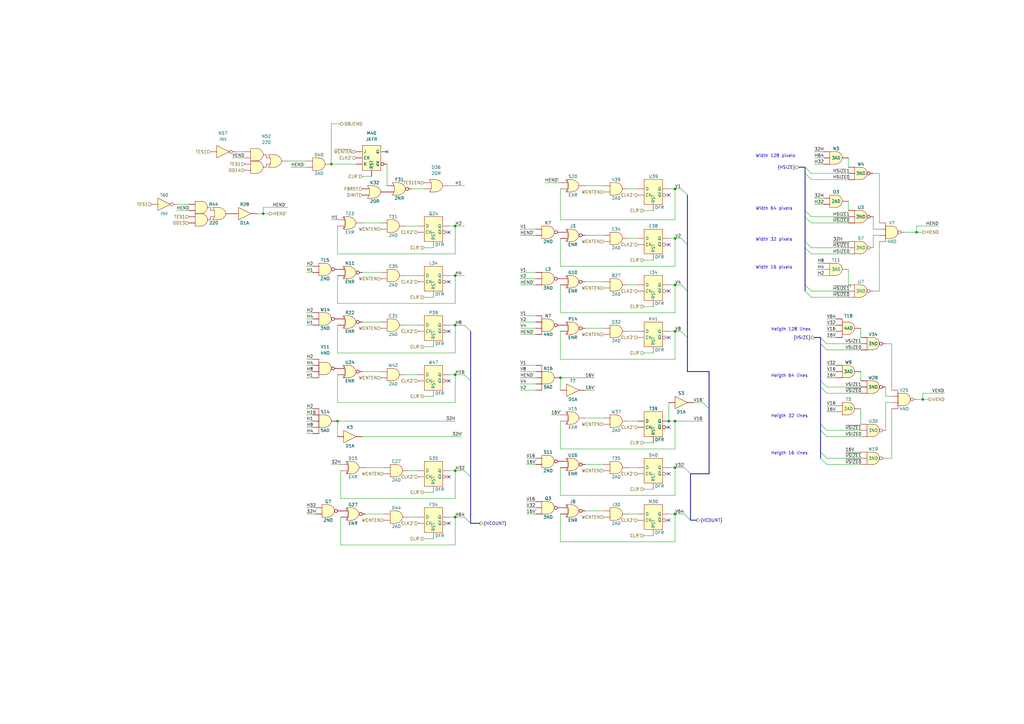
<source format=kicad_sch>
(kicad_sch (version 20230121) (generator eeschema)
  (paper "A3")
  (title_block (date "2023-12-22"))
  (lib_symbols
    (symbol "ga_oki_msm70v0000:220"
      (property "Reference" "U" (at 1.27 3.81 0))
      (property "Value" "220" (at 1.27 -3.81 0))
      (symbol "220_1_1"
        (arc (start -3.81 -5.08) (mid -2.0837 -4.2663) (end -1.27 -2.54) (fill (type background)))
        (arc (start -3.81 0) (mid -2.0837 0.8137) (end -1.27 2.54) (fill (type background)))
        (arc (start -1.27 -2.54) (mid -2.0139 -0.7439) (end -3.81 0) (fill (type background)))
        (arc (start -1.27 2.54) (mid -2.0139 4.3361) (end -3.81 5.08) (fill (type background)))
        (polyline (pts (xy 3.175 -2.54) (xy 0.889 -2.54)) (fill (type outline)))
        (polyline (pts (xy 3.175 2.54) (xy 0.889 2.54)) (fill (type background)))
        (polyline (pts (xy -3.81 0) (xy -6.35 0) (xy -6.35 -5.08) (xy -3.81 -5.08)) (fill (type background)))
        (polyline (pts (xy -3.81 5.08) (xy -6.35 5.08) (xy -6.35 0) (xy -3.81 0)) (fill (type background)))
        (polyline (pts (xy -1.27 -2.54) (xy 0 -2.54) (xy 0 -1.27) (xy 1.524 -1.27)))
        (polyline (pts (xy -1.27 2.54) (xy 0 2.54) (xy 0 1.27) (xy 1.524 1.27)))
        (polyline (pts (xy 3.175 2.54) (xy 0.889 2.54) (xy 1.27 1.905) (xy 1.524 1.27) (xy 1.651 0.762) (xy 1.7018 0.4572) (xy 1.7272 0.1778) (xy 1.7272 -0.127) (xy 1.6764 -0.6604) (xy 1.6002 -1.016) (xy 1.4986 -1.3716) (xy 1.3716 -1.6764) (xy 1.1938 -2.0574) (xy 1.016 -2.3368) (xy 0.889 -2.54) (xy 3.175 -2.54)) (stroke (width -0.0001)) (fill (type background)))
        (arc (start 0.8973 -2.5398) (mid 1.7338 0.0001) (end 0.8971 2.54))
        (arc (start 3.175 -2.54) (mid 5.2091 -1.8282) (end 6.35 0) (fill (type background)))
        (arc (start 6.35 0) (mid 5.2094 1.8286) (end 3.175 2.54) (fill (type background)))
        (pin input line (at -8.89 -3.81 0) (length 2.54) (name "") (number ""))
        (pin input line (at -8.89 -1.27 0) (length 2.54) (name "") (number ""))
        (pin input line (at -8.89 1.27 0) (length 2.54) (name "") (number ""))
        (pin input line (at -8.89 3.81 0) (length 2.54) (name "") (number ""))
        (pin output line (at 8.89 0 180) (length 2.54) (name "") (number ""))
      )
    )
    (symbol "ga_oki_msm70v0000:2AD"
      (property "Reference" "U" (at 0 3.81 0))
      (property "Value" "2AD" (at 0 -3.81 0))
      (symbol "2AD_1_1"
        (arc (start 0 -2.54) (mid 1.7263 -1.7263) (end 2.54 0) (fill (type background)))
        (polyline (pts (xy 0 2.54) (xy -2.54 2.54) (xy -2.54 -2.54) (xy 0 -2.54)) (fill (type background)))
        (arc (start 2.54 0) (mid 1.7961 1.7961) (end 0 2.54) (fill (type background)))
        (pin input line (at -5.08 -1.27 0) (length 2.54) (name "") (number ""))
        (pin input line (at -5.08 1.27 0) (length 2.54) (name "") (number ""))
        (pin output line (at 5.08 0 180) (length 2.54) (name "") (number ""))
      )
    )
    (symbol "ga_oki_msm70v0000:2ND"
      (property "Reference" "U" (at 0 3.81 0))
      (property "Value" "2ND" (at 0 -3.81 0))
      (symbol "2ND_1_1"
        (arc (start 0 -2.54) (mid 1.7263 -1.7263) (end 2.54 0) (fill (type background)))
        (polyline (pts (xy 0 2.54) (xy -2.54 2.54) (xy -2.54 -2.54) (xy 0 -2.54)) (fill (type background)))
        (arc (start 2.54 0) (mid 1.7961 1.7961) (end 0 2.54) (fill (type background)))
        (pin input line (at -5.08 -1.27 0) (length 2.54) (name "") (number ""))
        (pin input line (at -5.08 1.27 0) (length 2.54) (name "") (number ""))
        (pin output inverted (at 5.08 0 180) (length 2.54) (name "") (number ""))
      )
    )
    (symbol "ga_oki_msm70v0000:2NR"
      (property "Reference" "U" (at 0 3.81 0))
      (property "Value" "2NR" (at 0 -3.81 0))
      (symbol "2NR_1_1"
        (arc (start -2.9127 -2.5398) (mid -2.0762 0.0001) (end -2.9129 2.54))
        (arc (start -0.635 -2.54) (mid 1.3992 -1.8283) (end 2.54 0) (fill (type background)))
        (polyline (pts (xy -0.635 -2.54) (xy -2.921 -2.54)) (fill (type outline)))
        (polyline (pts (xy -0.635 2.54) (xy -2.921 2.54)) (fill (type background)))
        (polyline (pts (xy -0.635 2.54) (xy -2.921 2.54) (xy -2.54 1.905) (xy -2.286 1.27) (xy -2.159 0.762) (xy -2.1082 0.4572) (xy -2.0828 0.1778) (xy -2.0828 -0.127) (xy -2.1336 -0.6604) (xy -2.2098 -1.016) (xy -2.3114 -1.3716) (xy -2.4384 -1.6764) (xy -2.6162 -2.0574) (xy -2.794 -2.3368) (xy -2.921 -2.54) (xy -0.635 -2.54)) (stroke (width -0.0001)) (fill (type background)))
        (arc (start 2.54 0) (mid 1.3994 1.8287) (end -0.635 2.54) (fill (type background)))
        (pin input line (at -5.08 -1.27 0) (length 2.794) (name "") (number ""))
        (pin input line (at -5.08 1.27 0) (length 2.794) (name "") (number ""))
        (pin output inverted (at 5.08 0 180) (length 2.54) (name "") (number ""))
      )
    )
    (symbol "ga_oki_msm70v0000:2OR"
      (property "Reference" "U" (at 0 3.81 0))
      (property "Value" "2OR" (at 0 -3.81 0))
      (symbol "2OR_1_1"
        (arc (start -2.9127 -2.5398) (mid -2.0762 0.0001) (end -2.9129 2.54))
        (arc (start -0.635 -2.54) (mid 1.3992 -1.8283) (end 2.54 0) (fill (type background)))
        (polyline (pts (xy -0.635 -2.54) (xy -2.921 -2.54)) (fill (type outline)))
        (polyline (pts (xy -0.635 2.54) (xy -2.921 2.54)) (fill (type background)))
        (polyline (pts (xy -0.635 2.54) (xy -2.921 2.54) (xy -2.54 1.905) (xy -2.286 1.27) (xy -2.159 0.762) (xy -2.1082 0.4572) (xy -2.0828 0.1778) (xy -2.0828 -0.127) (xy -2.1336 -0.6604) (xy -2.2098 -1.016) (xy -2.3114 -1.3716) (xy -2.4384 -1.6764) (xy -2.6162 -2.0574) (xy -2.794 -2.3368) (xy -2.921 -2.54) (xy -0.635 -2.54)) (stroke (width -0.0001)) (fill (type background)))
        (arc (start 2.54 0) (mid 1.3994 1.8287) (end -0.635 2.54) (fill (type background)))
        (pin input line (at -5.08 -1.27 0) (length 2.794) (name "") (number ""))
        (pin input line (at -5.08 1.27 0) (length 2.794) (name "") (number ""))
        (pin output line (at 5.08 0 180) (length 2.54) (name "") (number ""))
      )
    )
    (symbol "ga_oki_msm70v0000:3AD"
      (property "Reference" "U" (at 0 3.81 0))
      (property "Value" "3AD" (at 0 -3.81 0))
      (symbol "3AD_1_1"
        (arc (start 0 -2.54) (mid 1.7263 -1.7263) (end 2.54 0) (fill (type background)))
        (polyline (pts (xy 0 2.54) (xy -2.54 2.54) (xy -2.54 -2.54) (xy 0 -2.54)) (fill (type background)))
        (arc (start 2.54 0) (mid 1.7961 1.7961) (end 0 2.54) (fill (type background)))
        (pin input line (at -5.08 -2.54 0) (length 2.54) (name "") (number ""))
        (pin input line (at -5.08 0 0) (length 2.54) (name "") (number ""))
        (pin input line (at -5.08 2.54 0) (length 2.54) (name "") (number ""))
        (pin output line (at 5.08 0 180) (length 2.54) (name "") (number ""))
      )
    )
    (symbol "ga_oki_msm70v0000:3ND"
      (property "Reference" "U" (at 0 3.81 0))
      (property "Value" "3ND" (at 0 -3.81 0))
      (symbol "3ND_1_1"
        (arc (start 0 -2.54) (mid 1.7263 -1.7263) (end 2.54 0) (fill (type background)))
        (polyline (pts (xy 0 2.54) (xy -2.54 2.54) (xy -2.54 -2.54) (xy 0 -2.54)) (fill (type background)))
        (arc (start 2.54 0) (mid 1.7961 1.7961) (end 0 2.54) (fill (type background)))
        (pin input line (at -5.08 -2.54 0) (length 2.54) (name "") (number ""))
        (pin input line (at -5.08 0 0) (length 2.54) (name "") (number ""))
        (pin input line (at -5.08 2.54 0) (length 2.54) (name "") (number ""))
        (pin output inverted (at 5.08 0 180) (length 2.54) (name "") (number ""))
      )
    )
    (symbol "ga_oki_msm70v0000:4AD"
      (property "Reference" "U" (at 0 5.08 0))
      (property "Value" "4AD" (at 0 -3.81 0))
      (symbol "4AD_0_1"
        (polyline (pts (xy -2.54 3.81) (xy -2.54 2.54) (xy -2.54 -3.81)))
      )
      (symbol "4AD_1_1"
        (arc (start 0 -2.54) (mid 1.7263 -1.7263) (end 2.54 0) (fill (type background)))
        (polyline (pts (xy 0 2.54) (xy -2.54 2.54) (xy -2.54 -2.54) (xy 0 -2.54)) (fill (type background)))
        (arc (start 2.54 0) (mid 1.7961 1.7961) (end 0 2.54) (fill (type background)))
        (pin input line (at -5.08 -3.81 0) (length 2.54) (name "") (number ""))
        (pin input line (at -5.08 -1.27 0) (length 2.54) (name "") (number ""))
        (pin input line (at -5.08 1.27 0) (length 2.54) (name "") (number ""))
        (pin input line (at -5.08 3.81 0) (length 2.54) (name "") (number ""))
        (pin output line (at 5.08 0 180) (length 2.54) (name "") (number ""))
      )
    )
    (symbol "ga_oki_msm70v0000:4ND"
      (property "Reference" "U" (at 0 3.81 0))
      (property "Value" "4ND" (at 0 -3.81 0))
      (symbol "4ND_0_1"
        (polyline (pts (xy -2.54 3.81) (xy -2.54 2.54) (xy -2.54 -3.81)))
      )
      (symbol "4ND_1_1"
        (arc (start 0 -2.54) (mid 1.7263 -1.7263) (end 2.54 0) (fill (type background)))
        (polyline (pts (xy 0 2.54) (xy -2.54 2.54) (xy -2.54 -2.54) (xy 0 -2.54)) (fill (type background)))
        (arc (start 2.54 0) (mid 1.7961 1.7961) (end 0 2.54) (fill (type background)))
        (pin input line (at -5.08 -3.81 0) (length 2.54) (name "") (number ""))
        (pin input line (at -5.08 -1.27 0) (length 2.54) (name "") (number ""))
        (pin input line (at -5.08 1.27 0) (length 2.54) (name "") (number ""))
        (pin input line (at -5.08 3.81 0) (length 2.54) (name "") (number ""))
        (pin output inverted (at 5.08 0 180) (length 2.54) (name "") (number ""))
      )
    )
    (symbol "ga_oki_msm70v0000:5AD"
      (property "Reference" "U" (at 0 3.81 0))
      (property "Value" "5AD" (at 0 -3.81 0))
      (symbol "5AD_0_1"
        (polyline (pts (xy -2.54 5.08) (xy -2.54 3.81) (xy -2.54 -5.08)))
      )
      (symbol "5AD_1_1"
        (arc (start 0 -2.54) (mid 1.7263 -1.7263) (end 2.54 0) (fill (type background)))
        (polyline (pts (xy 0 2.54) (xy -2.54 2.54) (xy -2.54 -2.54) (xy 0 -2.54)) (fill (type background)))
        (arc (start 2.54 0) (mid 1.7961 1.7961) (end 0 2.54) (fill (type background)))
        (pin input line (at -5.08 -5.08 0) (length 2.54) (name "") (number ""))
        (pin input line (at -5.08 -2.54 0) (length 2.54) (name "") (number ""))
        (pin input line (at -5.08 0 0) (length 2.54) (name "") (number ""))
        (pin input line (at -5.08 2.54 0) (length 2.54) (name "") (number ""))
        (pin input line (at -5.08 5.08 0) (length 2.54) (name "") (number ""))
        (pin output line (at 5.08 0 180) (length 2.54) (name "") (number ""))
      )
    )
    (symbol "ga_oki_msm70v0000:D1A"
      (property "Reference" "U" (at 0 3.81 0))
      (property "Value" "D1A" (at 0 -3.81 0))
      (symbol "D1A_1_1"
        (polyline (pts (xy -2.54 2.54) (xy -2.54 -2.54) (xy 2.54 0) (xy -2.54 2.54)) (fill (type background)))
        (pin input line (at -5.08 0 0) (length 2.54) (name "") (number ""))
        (pin output line (at 5.08 0 180) (length 2.54) (name "") (number ""))
      )
    )
    (symbol "ga_oki_msm70v0000:DFR"
      (property "Reference" "U" (at 0 6.35 0))
      (property "Value" "DFR" (at 2.54 -6.35 0))
      (symbol "DFR_1_1"
        (rectangle (start -3.81 5.08) (end 3.81 -5.08) (fill (type background)))
        (pin input line (at -6.35 -1.27 0) (length 2.54) (name "CK") (number ""))
        (pin input line (at -6.35 1.27 0) (length 2.54) (name "D") (number ""))
        (pin output line (at 6.35 1.27 180) (length 2.54) (name "Q") (number ""))
        (pin input line (at 0 -7.62 90) (length 2.54) (name "RST") (number ""))
        (pin output inverted (at 6.35 -1.27 180) (length 2.54) (name "~{Q}") (number ""))
      )
    )
    (symbol "ga_oki_msm70v0000:ENR"
      (property "Reference" "U" (at 0 3.81 0))
      (property "Value" "ENR" (at 0 -3.81 0))
      (symbol "ENR_1_1"
        (arc (start -2.9127 -2.5398) (mid -2.0762 0.0001) (end -2.9129 2.54))
        (arc (start -2.54 -2.54) (mid -1.7035 -0.0001) (end -2.5402 2.5398))
        (arc (start -0.635 -2.54) (mid 1.3992 -1.8283) (end 2.54 0) (fill (type background)))
        (polyline (pts (xy -0.635 -2.54) (xy -2.54 -2.54)) (fill (type outline)))
        (polyline (pts (xy -0.635 2.54) (xy -2.54 2.54)) (fill (type background)))
        (polyline (pts (xy -0.635 2.54) (xy -2.54 2.54) (xy -2.159 1.905) (xy -1.905 1.27) (xy -1.778 0.762) (xy -1.7272 0.4572) (xy -1.7018 0.1778) (xy -1.7018 -0.127) (xy -1.7526 -0.6604) (xy -1.8288 -1.016) (xy -1.9304 -1.3716) (xy -2.0574 -1.6764) (xy -2.2352 -2.0574) (xy -2.413 -2.3368) (xy -2.54 -2.54) (xy -0.635 -2.54)) (stroke (width -0.0001)) (fill (type background)))
        (arc (start 2.54 0) (mid 1.3994 1.8287) (end -0.635 2.54) (fill (type background)))
        (pin input line (at -5.08 -1.27 0) (length 2.794) (name "") (number ""))
        (pin input line (at -5.08 1.27 0) (length 2.794) (name "") (number ""))
        (pin output inverted (at 5.08 0 180) (length 2.54) (name "") (number ""))
      )
    )
    (symbol "ga_oki_msm70v0000:EXR"
      (property "Reference" "U" (at 0 3.81 0))
      (property "Value" "EXR" (at 0 -3.81 0))
      (symbol "EXR_1_1"
        (arc (start -2.9127 -2.5398) (mid -2.0762 0.0001) (end -2.9129 2.54))
        (arc (start -2.54 -2.54) (mid -1.7035 -0.0001) (end -2.5402 2.5398))
        (arc (start -0.635 -2.54) (mid 1.3992 -1.8283) (end 2.54 0) (fill (type background)))
        (polyline (pts (xy -0.635 -2.54) (xy -2.54 -2.54)) (fill (type outline)))
        (polyline (pts (xy -0.635 2.54) (xy -2.54 2.54)) (fill (type background)))
        (polyline (pts (xy -0.635 2.54) (xy -2.54 2.54) (xy -2.159 1.905) (xy -1.905 1.27) (xy -1.778 0.762) (xy -1.7272 0.4572) (xy -1.7018 0.1778) (xy -1.7018 -0.127) (xy -1.7526 -0.6604) (xy -1.8288 -1.016) (xy -1.9304 -1.3716) (xy -2.0574 -1.6764) (xy -2.2352 -2.0574) (xy -2.413 -2.3368) (xy -2.54 -2.54) (xy -0.635 -2.54)) (stroke (width -0.0001)) (fill (type background)))
        (arc (start 2.54 0) (mid 1.3994 1.8287) (end -0.635 2.54) (fill (type background)))
        (pin input line (at -5.08 -1.27 0) (length 2.794) (name "") (number ""))
        (pin input line (at -5.08 1.27 0) (length 2.794) (name "") (number ""))
        (pin output line (at 5.08 0 180) (length 2.54) (name "") (number ""))
      )
    )
    (symbol "ga_oki_msm70v0000:INV"
      (property "Reference" "U" (at 0 3.81 0))
      (property "Value" "INV" (at 0 -3.81 0))
      (symbol "INV_1_1"
        (polyline (pts (xy -2.54 2.54) (xy -2.54 -2.54) (xy 2.54 0) (xy -2.54 2.54)) (fill (type background)))
        (pin input line (at -5.08 0 0) (length 2.54) (name "") (number ""))
        (pin output inverted (at 5.08 0 180) (length 2.54) (name "") (number ""))
      )
    )
    (symbol "ga_oki_msm70v0000:JKFR"
      (property "Reference" "U" (at 0 6.35 0))
      (property "Value" "JKFR" (at 3.81 -6.35 0))
      (symbol "JKFR_1_1"
        (rectangle (start -3.81 5.08) (end 3.81 -5.08) (fill (type background)))
        (pin input line (at -6.35 0 0) (length 2.54) (name "CK") (number ""))
        (pin input line (at -6.35 2.54 0) (length 2.54) (name "J") (number ""))
        (pin input line (at -6.35 -2.54 0) (length 2.54) (name "K") (number ""))
        (pin output line (at 6.35 2.54 180) (length 2.54) (name "Q") (number ""))
        (pin input line (at 0 -7.62 90) (length 2.54) (name "RST") (number ""))
        (pin output inverted (at 6.35 -2.54 180) (length 2.54) (name "~{Q}") (number ""))
      )
    )
  )
  (bus_alias "HCOUNT" (members "H8" "H16" "H32" "H64"))
  (bus_alias "VCOUNT" (members "V1" "V2" "V4" "V8" "V16'" "V32" "V64"))
  (junction (at 186.69 193.04))
  (junction (at 107.95 87.63))
  (junction (at 276.86 210.82))
  (junction (at 135.89 67.31))
  (junction (at 276.86 172.72))
  (junction (at 276.86 116.84))
  (junction (at 229.87 154.94))
  (junction (at 276.86 77.47))
  (junction (at 186.69 212.09))
  (junction (at 186.69 153.67))
  (junction (at 186.69 92.71))
  (junction (at 378.46 163.83))
  (junction (at 276.86 191.77))
  (junction (at 274.32 172.72))
  (junction (at 276.86 97.79))
  (junction (at 138.43 172.72))
  (junction (at 375.92 95.25))
  (junction (at 276.86 135.89))
  (junction (at 186.69 133.35))
  (junction (at 186.69 113.03))
  (no_connect (at 274.32 80.01))
  (no_connect (at 158.75 62.23))
  (no_connect (at 184.15 214.63))
  (no_connect (at 184.15 95.25))
  (no_connect (at 274.32 175.26))
  (no_connect (at 274.32 138.43))
  (no_connect (at 184.15 135.89))
  (no_connect (at 274.32 100.33))
  (no_connect (at 184.15 156.21))
  (no_connect (at 184.15 115.57))
  (no_connect (at 274.32 119.38))
  (no_connect (at 274.32 194.31))
  (no_connect (at 274.32 213.36))
  (no_connect (at 184.15 195.58))
  (bus_entry (at 330.2 101.6) (size 2.54 2.54))
  (bus_entry (at 280.67 210.82) (size 2.54 2.54))
  (bus_entry (at 330.2 86.36) (size 2.54 2.54))
  (bus_entry (at 279.4 97.79) (size 2.54 2.54))
  (bus_entry (at 336.55 176.53) (size 2.54 2.54))
  (bus_entry (at 336.55 187.96) (size 2.54 2.54))
  (bus_entry (at 190.5 212.09) (size 2.54 2.54))
  (bus_entry (at 330.2 88.9) (size 2.54 2.54))
  (bus_entry (at 336.55 158.75) (size 2.54 2.54))
  (bus_entry (at 336.55 173.99) (size 2.54 2.54))
  (bus_entry (at 280.67 191.77) (size 2.54 2.54))
  (bus_entry (at 336.55 185.42) (size 2.54 2.54))
  (bus_entry (at 330.2 68.58) (size 2.54 2.54))
  (bus_entry (at 190.5 193.04) (size 2.54 2.54))
  (bus_entry (at 336.55 156.21) (size 2.54 2.54))
  (bus_entry (at 279.4 116.84) (size 2.54 2.54))
  (bus_entry (at 279.4 77.47) (size 2.54 2.54))
  (bus_entry (at 330.2 119.38) (size 2.54 2.54))
  (bus_entry (at 279.4 135.89) (size 2.54 2.54))
  (bus_entry (at 336.55 138.43) (size 2.54 2.54))
  (bus_entry (at 330.2 99.06) (size 2.54 2.54))
  (bus_entry (at 190.5 153.67) (size 2.54 2.54))
  (bus_entry (at 330.2 71.12) (size 2.54 2.54))
  (bus_entry (at 288.29 165.1) (size 2.54 2.54))
  (bus_entry (at 336.55 140.97) (size 2.54 2.54))
  (bus_entry (at 330.2 116.84) (size 2.54 2.54))
  (bus_entry (at 190.5 133.35) (size 2.54 2.54))
  (bus (pts (xy 281.94 119.38) (xy 281.94 138.43)))
  (wire (pts (xy 186.69 204.47) (xy 139.7 204.47)))
  (bus (pts (xy 193.04 214.63) (xy 196.85 214.63)))
  (wire (pts (xy 375.92 92.71) (xy 375.92 95.25)))
  (wire (pts (xy 229.87 154.94) (xy 229.87 160.02)))
  (wire (pts (xy 341.63 99.06) (xy 347.98 99.06)))
  (wire (pts (xy 173.99 201.93) (xy 177.8 201.93)))
  (wire (pts (xy 339.09 140.97) (xy 353.06 140.97)))
  (wire (pts (xy 339.09 143.51) (xy 353.06 143.51)))
  (wire (pts (xy 186.69 92.71) (xy 186.69 104.14)))
  (bus (pts (xy 336.55 185.42) (xy 336.55 176.53)))
  (wire (pts (xy 339.09 176.53) (xy 353.06 176.53)))
  (wire (pts (xy 138.43 172.72) (xy 186.69 172.72)))
  (wire (pts (xy 184.15 76.2) (xy 190.5 76.2)))
  (wire (pts (xy 334.01 81.28) (xy 337.82 81.28)))
  (wire (pts (xy 229.87 90.17) (xy 276.86 90.17)))
  (wire (pts (xy 125.73 109.22) (xy 128.27 109.22)))
  (wire (pts (xy 158.75 67.31) (xy 158.75 76.2)))
  (bus (pts (xy 330.2 71.12) (xy 330.2 68.58)))
  (bus (pts (xy 336.55 187.96) (xy 336.55 185.42)))
  (wire (pts (xy 276.86 90.17) (xy 276.86 77.47)))
  (wire (pts (xy 276.86 128.27) (xy 229.87 128.27)))
  (wire (pts (xy 118.11 66.04) (xy 125.73 66.04)))
  (wire (pts (xy 358.14 119.38) (xy 360.68 119.38)))
  (wire (pts (xy 186.69 133.35) (xy 190.5 133.35)))
  (wire (pts (xy 347.98 82.55) (xy 347.98 86.36)))
  (wire (pts (xy 276.86 135.89) (xy 279.4 135.89)))
  (wire (pts (xy 332.74 71.12) (xy 347.98 71.12)))
  (wire (pts (xy 167.64 193.04) (xy 171.45 193.04)))
  (wire (pts (xy 139.7 204.47) (xy 139.7 193.04)))
  (wire (pts (xy 125.73 175.26) (xy 128.27 175.26)))
  (wire (pts (xy 213.36 132.08) (xy 219.71 132.08)))
  (wire (pts (xy 353.06 167.64) (xy 353.06 173.99)))
  (bus (pts (xy 290.83 194.31) (xy 283.21 194.31)))
  (wire (pts (xy 257.81 191.77) (xy 261.62 191.77)))
  (wire (pts (xy 149.86 210.82) (xy 157.48 210.82)))
  (wire (pts (xy 213.36 154.94) (xy 219.71 154.94)))
  (wire (pts (xy 365.76 162.56) (xy 363.22 162.56)))
  (wire (pts (xy 118.11 85.09) (xy 107.95 85.09)))
  (wire (pts (xy 186.69 212.09) (xy 184.15 212.09)))
  (wire (pts (xy 148.59 72.39) (xy 152.4 72.39)))
  (wire (pts (xy 186.69 124.46) (xy 138.43 124.46)))
  (wire (pts (xy 125.73 130.81) (xy 128.27 130.81)))
  (bus (pts (xy 336.55 158.75) (xy 336.55 156.21)))
  (wire (pts (xy 339.09 190.5) (xy 353.06 190.5)))
  (wire (pts (xy 125.73 149.86) (xy 128.27 149.86)))
  (wire (pts (xy 274.32 191.77) (xy 276.86 191.77)))
  (wire (pts (xy 215.9 210.82) (xy 219.71 210.82)))
  (wire (pts (xy 186.69 133.35) (xy 184.15 133.35)))
  (wire (pts (xy 166.37 133.35) (xy 171.45 133.35)))
  (bus (pts (xy 330.2 88.9) (xy 330.2 99.06)))
  (wire (pts (xy 107.95 87.63) (xy 110.49 87.63)))
  (wire (pts (xy 334.01 64.77) (xy 337.82 64.77)))
  (wire (pts (xy 339.09 168.91) (xy 342.9 168.91)))
  (wire (pts (xy 240.03 115.57) (xy 247.65 115.57)))
  (wire (pts (xy 276.86 184.15) (xy 229.87 184.15)))
  (wire (pts (xy 184.15 113.03) (xy 186.69 113.03)))
  (wire (pts (xy 125.73 111.76) (xy 128.27 111.76)))
  (wire (pts (xy 274.32 77.47) (xy 276.86 77.47)))
  (wire (pts (xy 335.28 110.49) (xy 337.82 110.49)))
  (bus (pts (xy 283.21 213.36) (xy 285.75 213.36)))
  (wire (pts (xy 375.92 163.83) (xy 378.46 163.83)))
  (wire (pts (xy 339.09 130.81) (xy 342.9 130.81)))
  (wire (pts (xy 226.06 170.18) (xy 229.87 170.18)))
  (wire (pts (xy 138.43 104.14) (xy 138.43 92.71)))
  (wire (pts (xy 186.69 133.35) (xy 186.69 144.78)))
  (wire (pts (xy 358.14 96.52) (xy 360.68 96.52)))
  (wire (pts (xy 339.09 138.43) (xy 342.9 138.43)))
  (wire (pts (xy 186.69 212.09) (xy 190.5 212.09)))
  (wire (pts (xy 257.81 77.47) (xy 261.62 77.47)))
  (wire (pts (xy 213.36 111.76) (xy 219.71 111.76)))
  (wire (pts (xy 332.74 88.9) (xy 347.98 88.9)))
  (wire (pts (xy 264.16 200.66) (xy 267.97 200.66)))
  (wire (pts (xy 360.68 119.38) (xy 360.68 99.06)))
  (wire (pts (xy 173.99 142.24) (xy 177.8 142.24)))
  (wire (pts (xy 257.81 210.82) (xy 261.62 210.82)))
  (wire (pts (xy 257.81 135.89) (xy 261.62 135.89)))
  (wire (pts (xy 105.41 87.63) (xy 107.95 87.63)))
  (wire (pts (xy 186.69 113.03) (xy 186.69 124.46)))
  (wire (pts (xy 332.74 101.6) (xy 347.98 101.6)))
  (wire (pts (xy 346.71 185.42) (xy 353.06 185.42)))
  (wire (pts (xy 358.14 101.6) (xy 358.14 96.52)))
  (wire (pts (xy 213.36 129.54) (xy 219.71 129.54)))
  (wire (pts (xy 347.98 64.77) (xy 347.98 68.58)))
  (wire (pts (xy 166.37 92.71) (xy 171.45 92.71)))
  (wire (pts (xy 229.87 222.25) (xy 229.87 210.82)))
  (wire (pts (xy 339.09 133.35) (xy 342.9 133.35)))
  (wire (pts (xy 274.32 135.89) (xy 276.86 135.89)))
  (wire (pts (xy 173.99 121.92) (xy 177.8 121.92)))
  (bus (pts (xy 281.94 152.4) (xy 290.83 152.4)))
  (wire (pts (xy 334.01 83.82) (xy 337.82 83.82)))
  (wire (pts (xy 229.87 154.94) (xy 243.84 154.94)))
  (wire (pts (xy 264.16 181.61) (xy 267.97 181.61)))
  (wire (pts (xy 384.81 92.71) (xy 375.92 92.71)))
  (wire (pts (xy 125.73 128.27) (xy 128.27 128.27)))
  (wire (pts (xy 139.7 223.52) (xy 139.7 212.09)))
  (wire (pts (xy 264.16 106.68) (xy 267.97 106.68)))
  (wire (pts (xy 215.9 187.96) (xy 219.71 187.96)))
  (wire (pts (xy 135.89 50.8) (xy 139.7 50.8)))
  (wire (pts (xy 186.69 153.67) (xy 186.69 165.1)))
  (bus (pts (xy 336.55 176.53) (xy 336.55 173.99)))
  (wire (pts (xy 125.73 147.32) (xy 128.27 147.32)))
  (wire (pts (xy 138.43 124.46) (xy 138.43 113.03)))
  (wire (pts (xy 213.36 160.02) (xy 219.71 160.02)))
  (wire (pts (xy 276.86 97.79) (xy 276.86 109.22)))
  (wire (pts (xy 173.99 220.98) (xy 177.8 220.98)))
  (wire (pts (xy 186.69 165.1) (xy 138.43 165.1)))
  (wire (pts (xy 240.03 96.52) (xy 247.65 96.52)))
  (bus (pts (xy 330.2 86.36) (xy 330.2 88.9)))
  (bus (pts (xy 281.94 138.43) (xy 281.94 152.4)))
  (wire (pts (xy 215.9 208.28) (xy 219.71 208.28)))
  (wire (pts (xy 186.69 193.04) (xy 184.15 193.04)))
  (wire (pts (xy 276.86 191.77) (xy 280.67 191.77)))
  (wire (pts (xy 213.36 96.52) (xy 219.71 96.52)))
  (wire (pts (xy 125.73 208.28) (xy 129.54 208.28)))
  (wire (pts (xy 135.89 67.31) (xy 135.89 50.8)))
  (wire (pts (xy 96.52 62.23) (xy 100.33 62.23)))
  (wire (pts (xy 339.09 154.94) (xy 342.9 154.94)))
  (wire (pts (xy 229.87 109.22) (xy 229.87 97.79)))
  (wire (pts (xy 173.99 162.56) (xy 177.8 162.56)))
  (wire (pts (xy 168.91 77.47) (xy 173.99 77.47)))
  (wire (pts (xy 365.76 140.97) (xy 365.76 160.02)))
  (wire (pts (xy 125.73 177.8) (xy 128.27 177.8)))
  (bus (pts (xy 281.94 80.01) (xy 281.94 100.33)))
  (wire (pts (xy 166.37 113.03) (xy 171.45 113.03)))
  (bus (pts (xy 336.55 156.21) (xy 336.55 140.97)))
  (wire (pts (xy 334.01 67.31) (xy 337.82 67.31)))
  (wire (pts (xy 276.86 172.72) (xy 276.86 184.15)))
  (wire (pts (xy 274.32 172.72) (xy 276.86 172.72)))
  (wire (pts (xy 125.73 172.72) (xy 128.27 172.72)))
  (wire (pts (xy 339.09 166.37) (xy 342.9 166.37)))
  (wire (pts (xy 186.69 144.78) (xy 138.43 144.78)))
  (wire (pts (xy 335.28 107.95) (xy 337.82 107.95)))
  (wire (pts (xy 186.69 92.71) (xy 190.5 92.71)))
  (wire (pts (xy 148.59 179.07) (xy 189.23 179.07)))
  (wire (pts (xy 215.9 190.5) (xy 219.71 190.5)))
  (wire (pts (xy 186.69 193.04) (xy 186.69 204.47)))
  (wire (pts (xy 213.36 116.84) (xy 219.71 116.84)))
  (wire (pts (xy 166.37 153.67) (xy 171.45 153.67)))
  (wire (pts (xy 148.59 132.08) (xy 156.21 132.08)))
  (wire (pts (xy 107.95 85.09) (xy 107.95 87.63)))
  (wire (pts (xy 378.46 161.29) (xy 378.46 163.83)))
  (wire (pts (xy 332.74 73.66) (xy 347.98 73.66)))
  (bus (pts (xy 334.01 138.43) (xy 336.55 138.43)))
  (wire (pts (xy 332.74 104.14) (xy 347.98 104.14)))
  (wire (pts (xy 276.86 109.22) (xy 229.87 109.22)))
  (wire (pts (xy 358.14 93.98) (xy 360.68 93.98)))
  (wire (pts (xy 125.73 210.82) (xy 129.54 210.82)))
  (wire (pts (xy 363.22 162.56) (xy 363.22 158.75)))
  (wire (pts (xy 264.16 144.78) (xy 267.97 144.78)))
  (wire (pts (xy 213.36 134.62) (xy 219.71 134.62)))
  (wire (pts (xy 264.16 125.73) (xy 267.97 125.73)))
  (wire (pts (xy 72.39 83.82) (xy 77.47 83.82)))
  (wire (pts (xy 213.36 114.3) (xy 219.71 114.3)))
  (wire (pts (xy 274.32 165.1) (xy 274.32 172.72)))
  (bus (pts (xy 193.04 195.58) (xy 193.04 214.63)))
  (wire (pts (xy 148.59 111.76) (xy 156.21 111.76)))
  (wire (pts (xy 276.86 172.72) (xy 288.29 172.72)))
  (bus (pts (xy 327.66 68.58) (xy 330.2 68.58)))
  (bus (pts (xy 330.2 101.6) (xy 330.2 116.84)))
  (wire (pts (xy 339.09 149.86) (xy 342.9 149.86)))
  (wire (pts (xy 339.09 158.75) (xy 353.06 158.75)))
  (wire (pts (xy 138.43 144.78) (xy 138.43 133.35)))
  (wire (pts (xy 148.59 91.44) (xy 156.21 91.44)))
  (wire (pts (xy 363.22 165.1) (xy 365.76 165.1)))
  (wire (pts (xy 363.22 187.96) (xy 365.76 187.96)))
  (wire (pts (xy 370.84 95.25) (xy 375.92 95.25)))
  (wire (pts (xy 257.81 172.72) (xy 261.62 172.72)))
  (wire (pts (xy 125.73 167.64) (xy 128.27 167.64)))
  (wire (pts (xy 229.87 203.2) (xy 229.87 191.77)))
  (wire (pts (xy 353.06 152.4) (xy 353.06 156.21)))
  (wire (pts (xy 135.89 67.31) (xy 146.05 67.31)))
  (wire (pts (xy 276.86 203.2) (xy 229.87 203.2)))
  (wire (pts (xy 240.03 190.5) (xy 247.65 190.5)))
  (wire (pts (xy 378.46 163.83) (xy 381 163.83)))
  (wire (pts (xy 95.25 64.77) (xy 100.33 64.77)))
  (wire (pts (xy 186.69 193.04) (xy 190.5 193.04)))
  (wire (pts (xy 229.87 128.27) (xy 229.87 116.84)))
  (wire (pts (xy 274.32 97.79) (xy 276.86 97.79)))
  (wire (pts (xy 149.86 191.77) (xy 157.48 191.77)))
  (wire (pts (xy 264.16 86.36) (xy 267.97 86.36)))
  (wire (pts (xy 119.38 68.58) (xy 125.73 68.58)))
  (wire (pts (xy 276.86 135.89) (xy 276.86 147.32)))
  (wire (pts (xy 240.03 171.45) (xy 247.65 171.45)))
  (wire (pts (xy 276.86 116.84) (xy 276.86 128.27)))
  (wire (pts (xy 387.35 161.29) (xy 378.46 161.29)))
  (bus (pts (xy 330.2 99.06) (xy 330.2 101.6)))
  (wire (pts (xy 334.01 62.23) (xy 337.82 62.23)))
  (wire (pts (xy 213.36 93.98) (xy 219.71 93.98)))
  (wire (pts (xy 339.09 187.96) (xy 353.06 187.96)))
  (wire (pts (xy 257.81 116.84) (xy 261.62 116.84)))
  (wire (pts (xy 135.89 90.17) (xy 138.43 90.17)))
  (wire (pts (xy 173.99 101.6) (xy 177.8 101.6)))
  (wire (pts (xy 186.69 223.52) (xy 139.7 223.52)))
  (wire (pts (xy 276.86 97.79) (xy 279.4 97.79)))
  (wire (pts (xy 213.36 137.16) (xy 219.71 137.16)))
  (wire (pts (xy 213.36 149.86) (xy 219.71 149.86)))
  (wire (pts (xy 257.81 97.79) (xy 261.62 97.79)))
  (bus (pts (xy 330.2 116.84) (xy 330.2 119.38)))
  (bus (pts (xy 336.55 173.99) (xy 336.55 158.75)))
  (wire (pts (xy 229.87 184.15) (xy 229.87 172.72)))
  (wire (pts (xy 167.64 212.09) (xy 171.45 212.09)))
  (wire (pts (xy 148.59 152.4) (xy 156.21 152.4)))
  (wire (pts (xy 215.9 205.74) (xy 219.71 205.74)))
  (wire (pts (xy 229.87 77.47) (xy 229.87 90.17)))
  (wire (pts (xy 186.69 153.67) (xy 190.5 153.67)))
  (wire (pts (xy 186.69 153.67) (xy 184.15 153.67)))
  (wire (pts (xy 365.76 187.96) (xy 365.76 167.64)))
  (wire (pts (xy 339.09 135.89) (xy 342.9 135.89)))
  (wire (pts (xy 363.22 176.53) (xy 363.22 165.1)))
  (wire (pts (xy 213.36 152.4) (xy 219.71 152.4)))
  (bus (pts (xy 330.2 71.12) (xy 330.2 86.36)))
  (wire (pts (xy 125.73 133.35) (xy 128.27 133.35)))
  (wire (pts (xy 339.09 161.29) (xy 353.06 161.29)))
  (wire (pts (xy 339.09 152.4) (xy 342.9 152.4)))
  (wire (pts (xy 276.86 147.32) (xy 229.87 147.32)))
  (wire (pts (xy 240.03 76.2) (xy 247.65 76.2)))
  (wire (pts (xy 264.16 219.71) (xy 267.97 219.71)))
  (wire (pts (xy 276.86 77.47) (xy 279.4 77.47)))
  (wire (pts (xy 276.86 210.82) (xy 276.86 222.25)))
  (wire (pts (xy 335.28 113.03) (xy 337.82 113.03)))
  (wire (pts (xy 213.36 157.48) (xy 219.71 157.48)))
  (wire (pts (xy 186.69 113.03) (xy 190.5 113.03)))
  (wire (pts (xy 284.48 165.1) (xy 288.29 165.1)))
  (wire (pts (xy 358.14 71.12) (xy 360.68 71.12)))
  (wire (pts (xy 125.73 154.94) (xy 128.27 154.94)))
  (wire (pts (xy 274.32 210.82) (xy 276.86 210.82)))
  (wire (pts (xy 375.92 95.25) (xy 378.46 95.25)))
  (wire (pts (xy 138.43 104.14) (xy 186.69 104.14)))
  (bus (pts (xy 193.04 135.89) (xy 193.04 156.21)))
  (wire (pts (xy 276.86 222.25) (xy 229.87 222.25)))
  (wire (pts (xy 240.03 160.02) (xy 243.84 160.02)))
  (wire (pts (xy 332.74 121.92) (xy 347.98 121.92)))
  (wire (pts (xy 125.73 152.4) (xy 128.27 152.4)))
  (wire (pts (xy 332.74 119.38) (xy 347.98 119.38)))
  (wire (pts (xy 186.69 92.71) (xy 184.15 92.71)))
  (bus (pts (xy 281.94 100.33) (xy 281.94 119.38)))
  (bus (pts (xy 290.83 152.4) (xy 290.83 167.64)))
  (bus (pts (xy 290.83 167.64) (xy 290.83 194.31)))
  (wire (pts (xy 138.43 172.72) (xy 138.43 179.07)))
  (wire (pts (xy 276.86 116.84) (xy 279.4 116.84)))
  (wire (pts (xy 72.39 86.36) (xy 77.47 86.36)))
  (bus (pts (xy 283.21 194.31) (xy 283.21 213.36)))
  (wire (pts (xy 365.76 140.97) (xy 363.22 140.97)))
  (bus (pts (xy 336.55 140.97) (xy 336.55 138.43)))
  (wire (pts (xy 240.03 209.55) (xy 247.65 209.55)))
  (wire (pts (xy 125.73 170.18) (xy 128.27 170.18)))
  (wire (pts (xy 332.74 91.44) (xy 347.98 91.44)))
  (wire (pts (xy 223.52 74.93) (xy 229.87 74.93)))
  (wire (pts (xy 347.98 110.49) (xy 347.98 116.84)))
  (wire (pts (xy 353.06 134.62) (xy 353.06 138.43)))
  (wire (pts (xy 360.68 71.12) (xy 360.68 91.44)))
  (wire (pts (xy 186.69 212.09) (xy 186.69 223.52)))
  (wire (pts (xy 274.32 116.84) (xy 276.86 116.84)))
  (wire (pts (xy 339.09 179.07) (xy 353.06 179.07)))
  (wire (pts (xy 229.87 147.32) (xy 229.87 135.89)))
  (wire (pts (xy 276.86 210.82) (xy 280.67 210.82)))
  (bus (pts (xy 193.04 156.21) (xy 193.04 195.58)))
  (wire (pts (xy 135.89 190.5) (xy 139.7 190.5)))
  (wire (pts (xy 358.14 88.9) (xy 358.14 93.98)))
  (wire (pts (xy 240.03 134.62) (xy 247.65 134.62)))
  (wire (pts (xy 138.43 165.1) (xy 138.43 153.67)))
  (wire (pts (xy 276.86 191.77) (xy 276.86 203.2)))
  (text "Heigth 64 lines" (at 316.23 154.94 0) (effects (font (size 1.27 1.27)) (justify left bottom)))
  (text "Width 32 pixels" (at 309.88 99.06 0) (effects (font (size 1.27 1.27)) (justify left bottom)))
  (text "Width 128 pixels" (at 309.88 64.77 0) (effects (font (size 1.27 1.27)) (justify left bottom)))
  (text "Heigth 128 lines" (at 316.23 135.89 0) (effects (font (size 1.27 1.27)) (justify left bottom)))
  (text "Heigth 16 lines" (at 316.23 186.69 0) (effects (font (size 1.27 1.27)) (justify left bottom)))
  (text "Heigth 32 lines" (at 316.23 171.45 0) (effects (font (size 1.27 1.27)) (justify left bottom)))
  (text "Width 16 pixels" (at 309.88 110.49 0) (effects (font (size 1.27 1.27)) (justify left bottom)))
  (text "Width 64 pixels" (at 309.88 86.36 0) (effects (font (size 1.27 1.27)) (justify left bottom)))
  (label "H32" (at 125.73 208.28 0))
  (label "HSIZE1" (at 341.63 71.12 0))
  (label "16V'" (at 240.03 160.02 0))
  (label "16V" (at 339.09 138.43 0))
  (label "H1" (at 125.73 172.72 0))
  (label "H2" (at 125.73 147.32 0))
  (label "HSIZE1" (at 341.63 88.9 0))
  (label "HEND'" (at 111.76 85.09 0))
  (label "HEND'" (at 213.36 96.52 0))
  (label "H2" (at 186.69 92.71 0))
  (label "H8" (at 125.73 152.4 0))
  (label "H8" (at 335.28 107.95 0))
  (label "HEND'" (at 119.38 68.58 0))
  (label "32H" (at 334.01 62.23 0))
  (label "HEND" (at 379.73 92.71 0))
  (label "H16" (at 125.73 170.18 0))
  (label "32H" (at 334.01 81.28 0))
  (label "V1" (at 213.36 149.86 0))
  (label "~{HSIZE1}" (at 341.63 101.6 0))
  (label "VSIZE0" (at 346.71 179.07 0))
  (label "VSIZE1" (at 346.71 158.75 0))
  (label "16V'" (at 226.06 170.18 0))
  (label "32H" (at 182.88 172.72 0))
  (label "H2" (at 335.28 113.03 0))
  (label "H32" (at 186.69 193.04 0))
  (label "16V" (at 339.09 168.91 0))
  (label "H16" (at 186.69 153.67 0))
  (label "H1" (at 186.69 76.2 0))
  (label "HEND'" (at 213.36 154.94 0))
  (label "VSIZE0" (at 346.71 143.51 0))
  (label "HSIZE0" (at 341.63 73.66 0))
  (label "H64" (at 186.69 212.09 0))
  (label "32H'" (at 185.42 179.07 0))
  (label "~{VSIZE1}" (at 346.71 176.53 0))
  (label "V32" (at 339.09 149.86 0))
  (label "V16'" (at 284.48 165.1 0))
  (label "H1" (at 125.73 154.94 0))
  (label "32H" (at 341.63 99.06 0))
  (label "H32" (at 334.01 67.31 0))
  (label "32H'" (at 125.73 210.82 0))
  (label "V4" (at 213.36 157.48 0))
  (label "~{VSIZE0}" (at 346.71 190.5 0))
  (label "HEND'" (at 223.52 74.93 0))
  (label "H1" (at 135.89 90.17 0))
  (label "V2" (at 276.86 97.79 0))
  (label "H8" (at 125.73 175.26 0))
  (label "H32" (at 334.01 83.82 0))
  (label "H64" (at 334.01 64.77 0))
  (label "H1" (at 125.73 111.76 0))
  (label "~{VSIZE1}" (at 346.71 187.96 0))
  (label "HEND'" (at 213.36 137.16 0))
  (label "16V'" (at 215.9 190.5 0))
  (label "V16" (at 339.09 166.37 0))
  (label "~{HSIZE0}" (at 341.63 91.44 0))
  (label "32H" (at 135.89 190.5 0))
  (label "H4" (at 125.73 177.8 0))
  (label "~{VSIZE0}" (at 346.71 161.29 0))
  (label "VEND" (at 95.25 64.77 0))
  (label "H2" (at 125.73 128.27 0))
  (label "16V" (at 339.09 154.94 0))
  (label "HEND'" (at 213.36 116.84 0))
  (label "V2" (at 213.36 132.08 0))
  (label "V16" (at 284.48 172.72 0))
  (label "H2" (at 125.73 167.64 0))
  (label "H4" (at 335.28 110.49 0))
  (label "H1" (at 125.73 133.35 0))
  (label "VSIZE1" (at 346.71 140.97 0))
  (label "V32" (at 339.09 133.35 0))
  (label "H4" (at 186.69 113.03 0))
  (label "V2" (at 213.36 160.02 0))
  (label "V1" (at 213.36 111.76 0))
  (label "V1" (at 276.86 77.47 0))
  (label "V32" (at 215.9 208.28 0))
  (label "V16" (at 215.9 205.74 0))
  (label "~{HSIZE0}" (at 341.63 121.92 0))
  (label "H4" (at 125.73 130.81 0))
  (label "V8" (at 276.86 135.89 0))
  (label "16V" (at 240.03 154.94 0))
  (label "V16" (at 339.09 152.4 0))
  (label "V4" (at 213.36 134.62 0))
  (label "H8" (at 186.69 133.35 0))
  (label "16V" (at 346.71 185.42 0))
  (label "H4" (at 125.73 149.86 0))
  (label "V1" (at 213.36 93.98 0))
  (label "V64" (at 339.09 130.81 0))
  (label "V2" (at 213.36 114.3 0))
  (label "~{HSIZE1'}" (at 341.63 119.38 0))
  (label "V16" (at 339.09 135.89 0))
  (label "HEND" (at 72.39 86.36 0))
  (label "16V'" (at 215.9 210.82 0))
  (label "V32" (at 276.86 191.77 0))
  (label "V1" (at 213.36 129.54 0))
  (label "V8" (at 213.36 152.4 0))
  (label "H2" (at 125.73 109.22 0))
  (label "HSIZE0" (at 341.63 104.14 0))
  (label "V64" (at 276.86 210.82 0))
  (label "VEND" (at 382.27 161.29 0))
  (label "V4" (at 276.86 116.84 0))
  (label "V16" (at 215.9 187.96 0))
  (hierarchical_label "FBREF" (shape input) (at 148.59 77.47 180))
  (hierarchical_label "WCNTEN" (shape input) (at 247.65 193.04 180))
  (hierarchical_label "TES1" (shape input) (at 100.33 67.31 180))
  (hierarchical_label "CLK2'" (shape input) (at 261.62 194.31 180))
  (hierarchical_label "CLK2'" (shape input) (at 171.45 135.89 180))
  (hierarchical_label "WCNTEN" (shape input) (at 247.65 137.16 180))
  (hierarchical_label "CLK2'" (shape input) (at 171.45 115.57 180))
  (hierarchical_label "WCNTEN" (shape input) (at 247.65 173.99 180))
  (hierarchical_label "HEND'" (shape output) (at 110.49 87.63 0))
  (hierarchical_label "CLR'" (shape input) (at 264.16 200.66 180))
  (hierarchical_label "{VCOUNT}" (shape output) (at 285.75 213.36 0))
  (hierarchical_label "CLK2'" (shape input) (at 171.45 95.25 180))
  (hierarchical_label "{HCOUNT}" (shape output) (at 196.85 214.63 0))
  (hierarchical_label "TES1" (shape input) (at 86.36 62.23 180))
  (hierarchical_label "CLR'" (shape input) (at 264.16 125.73 180))
  (hierarchical_label "CLK2'" (shape input) (at 261.62 213.36 180))
  (hierarchical_label "CLR'" (shape input) (at 173.99 121.92 180))
  (hierarchical_label "WCNTEN" (shape input) (at 157.48 213.36 180))
  (hierarchical_label "WCNTEN" (shape input) (at 156.21 134.62 180))
  (hierarchical_label "WCNTEN" (shape input) (at 247.65 78.74 180))
  (hierarchical_label "WCNTEN" (shape input) (at 247.65 118.11 180))
  (hierarchical_label "TES1" (shape input) (at 77.47 88.9 180))
  (hierarchical_label "CLR'" (shape input) (at 173.99 220.98 180))
  (hierarchical_label "CLK2'" (shape input) (at 171.45 214.63 180))
  (hierarchical_label "CLK2'" (shape input) (at 146.05 64.77 180))
  (hierarchical_label "CLK2'" (shape input) (at 261.62 80.01 180))
  (hierarchical_label "WCNTEN" (shape input) (at 247.65 212.09 180))
  (hierarchical_label "CLR'" (shape input) (at 173.99 162.56 180))
  (hierarchical_label "CLR'" (shape input) (at 264.16 219.71 180))
  (hierarchical_label "~{WCNTEN}" (shape input) (at 146.05 62.23 180))
  (hierarchical_label "TES1" (shape input) (at 62.23 83.82 180))
  (hierarchical_label "CLK2'" (shape input) (at 261.62 100.33 180))
  (hierarchical_label "CLR'" (shape input) (at 264.16 144.78 180))
  (hierarchical_label "WCNTEN" (shape input) (at 156.21 154.94 180))
  (hierarchical_label "WCNTEN" (shape input) (at 156.21 114.3 180))
  (hierarchical_label "CLK2'" (shape input) (at 171.45 195.58 180))
  (hierarchical_label "TES1EN" (shape input) (at 173.99 74.93 180))
  (hierarchical_label "CLR'" (shape input) (at 264.16 181.61 180))
  (hierarchical_label "DINIT" (shape input) (at 148.59 80.01 180))
  (hierarchical_label "{HSIZE}" (shape input) (at 327.66 68.58 180))
  (hierarchical_label "{VSIZE}" (shape input) (at 334.01 138.43 180))
  (hierarchical_label "CLR'" (shape input) (at 173.99 201.93 180))
  (hierarchical_label "OD13" (shape input) (at 77.47 91.44 180))
  (hierarchical_label "CLR'" (shape input) (at 173.99 142.24 180))
  (hierarchical_label "CLR'" (shape input) (at 264.16 86.36 180))
  (hierarchical_label "WCNTEN" (shape input) (at 247.65 99.06 180))
  (hierarchical_label "CLK2'" (shape input) (at 261.62 175.26 180))
  (hierarchical_label "WCNTEN" (shape input) (at 157.48 194.31 180))
  (hierarchical_label "OD14" (shape input) (at 100.33 69.85 180))
  (hierarchical_label "OBJEND" (shape output) (at 139.7 50.8 0))
  (hierarchical_label "CLR'" (shape input) (at 148.59 72.39 180))
  (hierarchical_label "WCNTEN" (shape input) (at 156.21 93.98 180))
  (hierarchical_label "HEND" (shape output) (at 378.46 95.25 0))
  (hierarchical_label "CLK2'" (shape input) (at 261.62 119.38 180))
  (hierarchical_label "CLR'" (shape input) (at 173.99 101.6 180))
  (hierarchical_label "CLK2'" (shape input) (at 171.45 156.21 180))
  (hierarchical_label "VEND" (shape output) (at 381 163.83 0))
  (hierarchical_label "CLR'" (shape input) (at 264.16 106.68 180))
  (hierarchical_label "CLK2'" (shape input) (at 261.62 138.43 180))
  (symbol (lib_id "ga_oki_msm70v0000:2NR") (at 163.83 77.47 0) (unit 1)
    (property "Reference" "F31" (at 163.83 73.66 0))
    (property "Value" "2NR" (at 163.83 81.28 0))
  )
  (symbol (lib_id "ga_oki_msm70v0000:3ND") (at 353.06 71.12 0) (unit 1)
    (property "Reference" "W4" (at 353.06 67.31 0))
    (property "Value" "3ND" (at 353.06 71.12 0))
  )
  (symbol (lib_id "ga_oki_msm70v0000:2AD") (at 252.73 191.77 0) (unit 1)
    (property "Reference" "T35" (at 252.73 187.96 0))
    (property "Value" "2AD" (at 252.73 195.58 0))
  )
  (symbol (lib_id "ga_oki_msm70v0000:ENR") (at 143.51 111.76 0) (unit 1)
    (property "Reference" "N11" (at 143.51 107.95 0))
    (property "Value" "ENR" (at 143.51 115.57 0))
  )
  (symbol (lib_id "ga_oki_msm70v0000:INV") (at 91.44 62.23 0) (unit 1)
    (property "Reference" "N57" (at 91.44 54.61 0))
    (property "Value" "INV" (at 91.44 57.15 0))
  )
  (symbol (lib_id "ga_oki_msm70v0000:2AD") (at 342.9 82.55 0) (unit 1)
    (property "Reference" "O3" (at 342.9 78.74 0))
    (property "Value" "2AD" (at 342.9 82.55 0))
  )
  (symbol (lib_id "ga_oki_msm70v0000:3AD") (at 347.98 152.4 0) (unit 1)
    (property "Reference" "W9" (at 347.98 148.59 0))
    (property "Value" "3AD" (at 347.98 152.4 0))
  )
  (symbol (lib_id "ga_oki_msm70v0000:ENR") (at 234.95 190.5 0) (unit 1)
    (property "Reference" "U16" (at 234.95 186.69 0))
    (property "Value" "ENR" (at 234.95 194.31 0))
  )
  (symbol (lib_id "ga_oki_msm70v0000:EXR") (at 144.78 191.77 0) (unit 1)
    (property "Reference" "D15" (at 144.78 187.96 0))
    (property "Value" "EXR" (at 144.78 195.58 0))
  )
  (symbol (lib_id "ga_oki_msm70v0000:DFR") (at 177.8 194.31 0) (unit 1)
    (property "Reference" "G35" (at 177.8 187.96 0))
    (property "Value" "DFR" (at 180.34 200.66 0))
  )
  (symbol (lib_id "ga_oki_msm70v0000:3ND") (at 133.35 130.81 0) (unit 1)
    (property "Reference" "W14" (at 133.35 127 0))
    (property "Value" "3ND" (at 133.35 134.62 0))
  )
  (symbol (lib_id "ga_oki_msm70v0000:2AD") (at 252.73 97.79 0) (unit 1)
    (property "Reference" "E34" (at 252.73 93.98 0))
    (property "Value" "2AD" (at 252.73 101.6 0))
  )
  (symbol (lib_id "ga_oki_msm70v0000:2ND") (at 224.79 189.23 0) (unit 1)
    (property "Reference" "S11" (at 224.79 185.42 0))
    (property "Value" "2ND" (at 224.79 193.04 0))
  )
  (symbol (lib_id "ga_oki_msm70v0000:4ND") (at 224.79 133.35 0) (unit 1)
    (property "Reference" "N7" (at 224.79 129.54 0))
    (property "Value" "4ND" (at 224.79 137.16 0))
  )
  (symbol (lib_id "ga_oki_msm70v0000:3AD") (at 342.9 110.49 0) (unit 1)
    (property "Reference" "T11" (at 342.9 106.68 0))
    (property "Value" "3AD" (at 342.9 110.49 0))
  )
  (symbol (lib_id "ga_oki_msm70v0000:2ND") (at 134.62 209.55 0) (unit 1)
    (property "Reference" "G7" (at 134.62 205.74 0))
    (property "Value" "2ND" (at 134.62 213.36 0))
  )
  (symbol (lib_id "ga_oki_msm70v0000:3ND") (at 353.06 88.9 0) (unit 1)
    (property "Reference" "U3" (at 353.06 85.09 0))
    (property "Value" "3ND" (at 353.06 88.9 0))
  )
  (symbol (lib_id "ga_oki_msm70v0000:DFR") (at 177.8 93.98 0) (unit 1)
    (property "Reference" "Q24" (at 177.8 87.63 0))
    (property "Value" "DFR" (at 180.34 100.33 0))
  )
  (symbol (lib_id "ga_oki_msm70v0000:2AD") (at 161.29 153.67 0) (unit 1)
    (property "Reference" "W42" (at 161.29 149.86 0))
    (property "Value" "2AD" (at 161.29 157.48 0))
  )
  (symbol (lib_id "ga_oki_msm70v0000:4AD") (at 347.98 134.62 0) (unit 1)
    (property "Reference" "T18" (at 347.98 129.54 0))
    (property "Value" "4AD" (at 347.98 134.62 0))
  )
  (symbol (lib_id "ga_oki_msm70v0000:3ND") (at 224.79 114.3 0) (unit 1)
    (property "Reference" "L3" (at 224.79 110.49 0))
    (property "Value" "3ND" (at 224.79 118.11 0))
  )
  (symbol (lib_id "ga_oki_msm70v0000:DFR") (at 267.97 193.04 0) (unit 1)
    (property "Reference" "S40" (at 267.97 186.69 0))
    (property "Value" "DFR" (at 270.51 199.39 0))
  )
  (symbol (lib_id "ga_oki_msm70v0000:EXR") (at 234.95 171.45 0) (unit 1)
    (property "Reference" "V15" (at 234.95 167.64 0))
    (property "Value" "EXR" (at 234.95 175.26 0))
  )
  (symbol (lib_id "ga_oki_msm70v0000:4ND") (at 370.84 163.83 0) (unit 1)
    (property "Reference" "V25" (at 370.84 160.02 0))
    (property "Value" "4ND" (at 370.84 167.64 0))
  )
  (symbol (lib_id "ga_oki_msm70v0000:2ND") (at 133.35 110.49 0) (unit 1)
    (property "Reference" "T15" (at 133.35 106.68 0))
    (property "Value" "2ND" (at 133.35 114.3 0))
  )
  (symbol (lib_id "ga_oki_msm70v0000:DFR") (at 267.97 212.09 0) (unit 1)
    (property "Reference" "M30" (at 267.97 205.74 0))
    (property "Value" "DFR" (at 270.51 218.44 0))
  )
  (symbol (lib_id "ga_oki_msm70v0000:2AD") (at 252.73 116.84 0) (unit 1)
    (property "Reference" "B27" (at 252.73 113.03 0))
    (property "Value" "2AD" (at 252.73 120.65 0))
  )
  (symbol (lib_id "ga_oki_msm70v0000:2AD") (at 161.29 92.71 0) (unit 1)
    (property "Reference" "T31" (at 161.29 88.9 0))
    (property "Value" "2AD" (at 161.29 96.52 0))
  )
  (symbol (lib_id "ga_oki_msm70v0000:ENR") (at 143.51 132.08 0) (unit 1)
    (property "Reference" "R22" (at 143.51 128.27 0))
    (property "Value" "ENR" (at 143.51 135.89 0))
  )
  (symbol (lib_id "ga_oki_msm70v0000:2AD") (at 252.73 172.72 0) (unit 1)
    (property "Reference" "W37" (at 252.73 168.91 0))
    (property "Value" "2AD" (at 252.73 176.53 0))
  )
  (symbol (lib_id "ga_oki_msm70v0000:220") (at 109.22 66.04 0) (unit 1)
    (property "Reference" "N52" (at 109.22 55.88 0))
    (property "Value" "220" (at 109.22 58.42 0))
  )
  (symbol (lib_id "ga_oki_msm70v0000:DFR") (at 177.8 114.3 0) (unit 1)
    (property "Reference" "L34" (at 177.8 107.95 0))
    (property "Value" "DFR" (at 180.34 120.65 0))
  )
  (symbol (lib_id "ga_oki_msm70v0000:2OR") (at 153.67 78.74 0) (unit 1)
    (property "Reference" "K32" (at 153.67 74.93 0))
    (property "Value" "2OR" (at 153.67 82.55 0))
  )
  (symbol (lib_id "ga_oki_msm70v0000:2AD") (at 162.56 193.04 0) (unit 1)
    (property "Reference" "C27" (at 162.56 189.23 0))
    (property "Value" "2AD" (at 162.56 196.85 0))
  )
  (symbol (lib_id "ga_oki_msm70v0000:DFR") (at 267.97 137.16 0) (unit 1)
    (property "Reference" "K41" (at 267.97 130.81 0))
    (property "Value" "DFR" (at 270.51 143.51 0))
  )
  (symbol (lib_id "ga_oki_msm70v0000:3ND") (at 358.14 158.75 0) (unit 1)
    (property "Reference" "W28" (at 358.14 154.94 0))
    (property "Value" "3ND" (at 358.14 158.75 0))
  )
  (symbol (lib_id "ga_oki_msm70v0000:2AD") (at 130.81 67.31 0) (unit 1)
    (property "Reference" "D40" (at 130.81 63.5 0))
    (property "Value" "2AD" (at 130.81 71.12 0))
  )
  (symbol (lib_id "ga_oki_msm70v0000:DFR") (at 177.8 134.62 0) (unit 1)
    (property "Reference" "P39" (at 177.8 128.27 0))
    (property "Value" "DFR" (at 180.34 140.97 0))
  )
  (symbol (lib_id "ga_oki_msm70v0000:3ND") (at 358.14 187.96 0) (unit 1)
    (property "Reference" "W19" (at 358.14 184.15 0))
    (property "Value" "3ND" (at 358.14 187.96 0))
  )
  (symbol (lib_id "ga_oki_msm70v0000:ENR") (at 144.78 210.82 0) (unit 1)
    (property "Reference" "G27" (at 144.78 207.01 0))
    (property "Value" "ENR" (at 144.78 214.63 0))
  )
  (symbol (lib_id "ga_oki_msm70v0000:DFR") (at 177.8 213.36 0) (unit 1)
    (property "Reference" "F34" (at 177.8 207.01 0))
    (property "Value" "DFR" (at 180.34 219.71 0))
  )
  (symbol (lib_id "ga_oki_msm70v0000:5AD") (at 133.35 172.72 0) (unit 1)
    (property "Reference" "S14" (at 133.35 168.91 0))
    (property "Value" "5AD" (at 133.35 176.53 0))
  )
  (symbol (lib_id "ga_oki_msm70v0000:3ND") (at 353.06 119.38 0) (unit 1)
    (property "Reference" "U7" (at 353.06 115.57 0))
    (property "Value" "3ND" (at 353.06 119.38 0))
  )
  (symbol (lib_id "ga_oki_msm70v0000:2AD") (at 347.98 167.64 0) (unit 1)
    (property "Reference" "T3" (at 347.98 163.83 0))
    (property "Value" "2AD" (at 347.98 167.64 0))
  )
  (symbol (lib_id "ga_oki_msm70v0000:5AD") (at 224.79 154.94 0) (unit 1)
    (property "Reference" "N16" (at 224.79 151.13 0))
    (property "Value" "5AD" (at 224.79 158.75 0))
  )
  (symbol (lib_id "ga_oki_msm70v0000:JKFR") (at 152.4 64.77 0) (unit 1)
    (property "Reference" "M40" (at 152.4 54.61 0))
    (property "Value" "JKFR" (at 152.4 57.15 0))
  )
  (symbol (lib_id "ga_oki_msm70v0000:2AD") (at 161.29 113.03 0) (unit 1)
    (property "Reference" "C35" (at 161.29 109.22 0))
    (property "Value" "2AD" (at 161.29 116.84 0))
  )
  (symbol (lib_id "ga_oki_msm70v0000:DFR") (at 267.97 118.11 0) (unit 1)
    (property "Reference" "J34" (at 267.97 111.76 0))
    (property "Value" "DFR" (at 270.51 124.46 0))
  )
  (symbol (lib_id "ga_oki_msm70v0000:EXR") (at 143.51 91.44 0) (unit 1)
    (property "Reference" "T23" (at 143.51 87.63 0))
    (property "Value" "EXR" (at 143.51 95.25 0))
  )
  (symbol (lib_id "ga_oki_msm70v0000:3AD") (at 342.9 64.77 0) (unit 1)
    (property "Reference" "N3" (at 342.9 60.96 0))
    (property "Value" "3AD" (at 342.9 64.77 0))
  )
  (symbol (lib_id "ga_oki_msm70v0000:2OR") (at 179.07 76.2 0) (unit 1)
    (property "Reference" "D36" (at 178.8795 68.58 0))
    (property "Value" "2OR" (at 178.8795 71.12 0))
  )
  (symbol (lib_id "ga_oki_msm70v0000:ENR") (at 143.51 152.4 0) (unit 1)
    (property "Reference" "U24" (at 143.51 148.59 0))
    (property "Value" "ENR" (at 143.51 156.21 0))
  )
  (symbol (lib_id "ga_oki_msm70v0000:D1A") (at 279.4 165.1 0) (unit 1)
    (property "Reference" "S3" (at 279.4 161.29 0))
    (property "Value" "D1A" (at 279.4 168.91 0))
  )
  (symbol (lib_id "ga_oki_msm70v0000:220") (at 86.36 87.63 0) (unit 1)
    (property "Reference" "R44" (at 87.63 83.82 0))
    (property "Value" "220" (at 87.63 91.44 0))
  )
  (symbol (lib_id "ga_oki_msm70v0000:D1A") (at 100.33 87.63 0) (unit 1)
    (property "Reference" "R28" (at 100.33 83.82 0))
    (property "Value" "D1A" (at 100.33 91.44 0))
  )
  (symbol (lib_id "ga_oki_msm70v0000:4ND") (at 365.76 95.25 0) (unit 1)
    (property "Reference" "V7" (at 365.76 91.44 0))
    (property "Value" "4ND" (at 365.76 99.06 0))
  )
  (symbol (lib_id "ga_oki_msm70v0000:DFR") (at 267.97 173.99 0) (unit 1)
    (property "Reference" "T39" (at 267.97 167.64 0))
    (property "Value" "DFR" (at 270.51 180.34 0))
  )
  (symbol (lib_id "ga_oki_msm70v0000:DFR") (at 267.97 99.06 0) (unit 1)
    (property "Reference" "E38" (at 267.97 92.71 0))
    (property "Value" "DFR" (at 270.51 105.41 0))
  )
  (symbol (lib_id "ga_oki_msm70v0000:ENR") (at 234.95 96.52 0) (unit 1)
    (property "Reference" "J3" (at 234.95 92.71 0))
    (property "Value" "ENR" (at 234.95 100.33 0))
  )
  (symbol (lib_id "ga_oki_msm70v0000:3ND") (at 353.06 101.6 0) (unit 1)
    (property "Reference" "S7" (at 353.06 97.79 0))
    (property "Value" "3ND" (at 353.06 101.6 0))
  )
  (symbol (lib_id "ga_oki_msm70v0000:D1A") (at 143.51 179.07 0) (unit 1)
    (property "Reference" "K3" (at 143.51 175.26 0))
    (property "Value" "D1A" (at 143.51 182.88 0))
  )
  (symbol (lib_id "ga_oki_msm70v0000:ENR") (at 234.95 134.62 0) (unit 1)
    (property "Reference" "P14" (at 234.95 130.81 0))
    (property "Value" "ENR" (at 234.95 138.43 0))
  )
  (symbol (lib_id "ga_oki_msm70v0000:ENR") (at 234.95 115.57 0) (unit 1)
    (property "Reference" "G10" (at 234.95 111.76 0))
    (property "Value" "ENR" (at 234.95 119.38 0))
  )
  (symbol (lib_id "ga_oki_msm70v0000:EXR") (at 234.95 76.2 0) (unit 1)
    (property "Reference" "S20" (at 234.95 72.39 0))
    (property "Value" "EXR" (at 234.95 80.01 0))
  )
  (symbol (lib_id "ga_oki_msm70v0000:2AD") (at 162.56 212.09 0) (unit 1)
    (property "Reference" "D44" (at 162.56 208.28 0))
    (property "Value" "2AD" (at 162.56 215.9 0))
  )
  (symbol (lib_id "ga_oki_msm70v0000:3ND") (at 358.14 140.97 0) (unit 1)
    (property "Reference" "V34" (at 358.14 137.16 0))
    (property "Value" "3ND" (at 358.14 140.97 0))
  )
  (symbol (lib_id "ga_oki_msm70v0000:ENR") (at 234.95 209.55 0) (unit 1)
    (property "Reference" "J8" (at 234.95 205.74 0))
    (property "Value" "ENR" (at 234.95 213.36 0))
  )
  (symbol (lib_id "ga_oki_msm70v0000:4ND") (at 133.35 151.13 0) (unit 1)
    (property "Reference" "V11" (at 133.35 142.24 0))
    (property "Value" "4ND" (at 133.35 144.78 0))
  )
  (symbol (lib_id "ga_oki_msm70v0000:DFR") (at 177.8 154.94 0) (unit 1)
    (property "Reference" "W47" (at 177.8 148.59 0))
    (property "Value" "DFR" (at 180.34 161.29 0))
  )
  (symbol (lib_id "ga_oki_msm70v0000:2AD") (at 252.73 77.47 0) (unit 1)
    (property "Reference" "V39" (at 252.73 73.66 0))
    (property "Value" "2AD" (at 252.73 81.28 0))
  )
  (symbol (lib_id "ga_oki_msm70v0000:3ND") (at 224.79 208.28 0) (unit 1)
    (property "Reference" "Q3" (at 224.79 204.47 0))
    (property "Value" "3ND" (at 224.79 212.09 0))
  )
  (symbol (lib_id "ga_oki_msm70v0000:DFR") (at 267.97 78.74 0) (unit 1)
    (property "Reference" "U39" (at 267.97 72.39 0))
    (property "Value" "DFR" (at 270.51 85.09 0))
  )
  (symbol (lib_id "ga_oki_msm70v0000:2AD") (at 252.73 135.89 0) (unit 1)
    (property "Reference" "D32" (at 252.73 132.08 0))
    (property "Value" "2AD" (at 252.73 139.7 0))
  )
  (symbol (lib_id "ga_oki_msm70v0000:3ND") (at 358.14 176.53 0) (unit 1)
    (property "Reference" "U30" (at 358.14 172.72 0))
    (property "Value" "3ND" (at 358.14 176.53 0))
  )
  (symbol (lib_id "ga_oki_msm70v0000:2AD") (at 252.73 210.82 0) (unit 1)
    (property "Reference" "J30" (at 252.73 207.01 0))
    (property "Value" "2AD" (at 252.73 214.63 0))
  )
  (symbol (lib_id "ga_oki_msm70v0000:INV") (at 67.31 83.82 0) (unit 1)
    (property "Reference" "T60" (at 67.31 80.01 0))
    (property "Value" "INV" (at 67.31 87.63 0))
  )
  (symbol (lib_id "ga_oki_msm70v0000:D1A") (at 234.95 160.02 0) (unit 1)
    (property "Reference" "T7" (at 234.95 156.21 0))
    (property "Value" "D1A" (at 234.95 163.83 0))
  )
  (symbol (lib_id "ga_oki_msm70v0000:2AD") (at 161.29 133.35 0) (unit 1)
    (property "Reference" "C31" (at 161.29 129.54 0))
    (property "Value" "2AD" (at 161.29 137.16 0))
  )
  (symbol (lib_id "ga_oki_msm70v0000:2ND") (at 224.79 95.25 0) (unit 1)
    (property "Reference" "K7" (at 224.79 91.44 0))
    (property "Value" "2ND" (at 224.79 99.06 0))
  )
)
</source>
